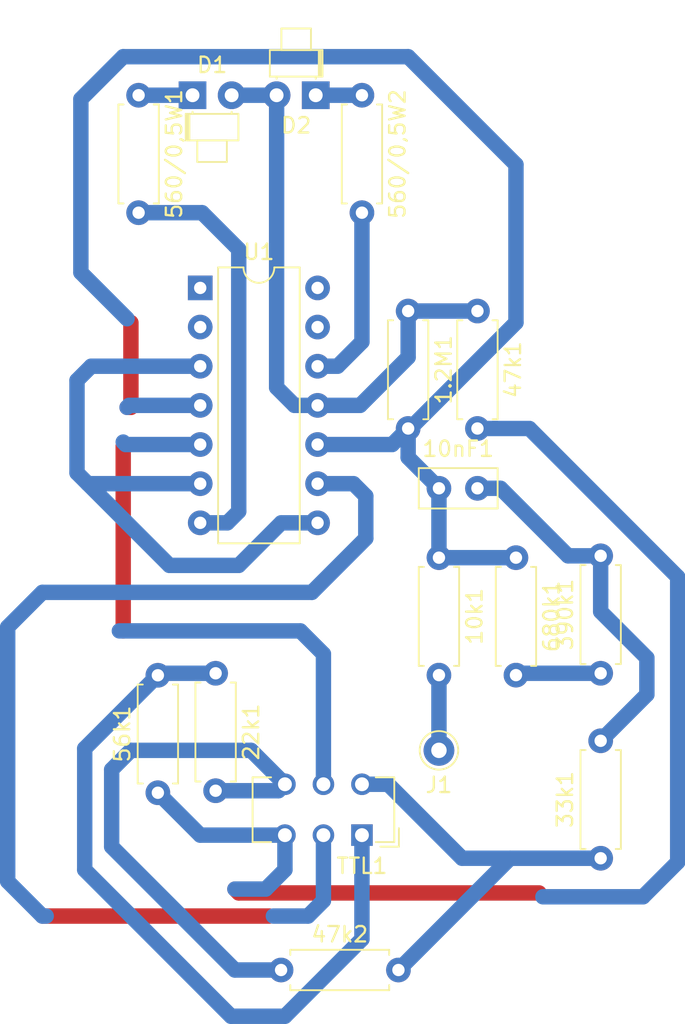
<source format=kicad_pcb>
(kicad_pcb (version 4) (host pcbnew 4.0.7)

  (general
    (links 29)
    (no_connects 4)
    (area 116.499999 77.395 164.500002 142.500002)
    (thickness 1.6)
    (drawings 0)
    (tracks 109)
    (zones 0)
    (modules 17)
    (nets 21)
  )

  (page A4)
  (layers
    (0 F.Cu signal)
    (31 B.Cu signal)
    (32 B.Adhes user)
    (33 F.Adhes user)
    (34 B.Paste user)
    (35 F.Paste user)
    (36 B.SilkS user)
    (37 F.SilkS user)
    (38 B.Mask user)
    (39 F.Mask user)
    (40 Dwgs.User user)
    (41 Cmts.User user)
    (42 Eco1.User user)
    (43 Eco2.User user)
    (44 Edge.Cuts user)
    (45 Margin user)
    (46 B.CrtYd user)
    (47 F.CrtYd user)
    (48 B.Fab user)
    (49 F.Fab user)
  )

  (setup
    (last_trace_width 1)
    (trace_clearance 0.5)
    (zone_clearance 0.508)
    (zone_45_only no)
    (trace_min 0.2)
    (segment_width 0.2)
    (edge_width 0.1)
    (via_size 0.6)
    (via_drill 0.4)
    (via_min_size 0.4)
    (via_min_drill 0.3)
    (uvia_size 0.3)
    (uvia_drill 0.1)
    (uvias_allowed no)
    (uvia_min_size 0.2)
    (uvia_min_drill 0.1)
    (pcb_text_width 0.3)
    (pcb_text_size 1.5 1.5)
    (mod_edge_width 0.15)
    (mod_text_size 1 1)
    (mod_text_width 0.15)
    (pad_size 1.5 1.5)
    (pad_drill 0.6)
    (pad_to_mask_clearance 0)
    (aux_axis_origin 0 0)
    (visible_elements FFFFFF7F)
    (pcbplotparams
      (layerselection 0x00030_80000001)
      (usegerberextensions false)
      (excludeedgelayer true)
      (linewidth 0.100000)
      (plotframeref false)
      (viasonmask false)
      (mode 1)
      (useauxorigin false)
      (hpglpennumber 1)
      (hpglpenspeed 20)
      (hpglpendiameter 15)
      (hpglpenoverlay 2)
      (psnegative false)
      (psa4output false)
      (plotreference true)
      (plotvalue true)
      (plotinvisibletext false)
      (padsonsilk false)
      (subtractmaskfromsilk false)
      (outputformat 1)
      (mirror false)
      (drillshape 1)
      (scaleselection 1)
      (outputdirectory ""))
  )

  (net 0 "")
  (net 1 +5V)
  (net 2 "Net-(1.2M1-Pad2)")
  (net 3 "Net-(10k1-Pad2)")
  (net 4 "Net-(10nF1-Pad2)")
  (net 5 "Net-(22k1-Pad1)")
  (net 6 39%)
  (net 7 "Net-(33k1-Pad1)")
  (net 8 77%)
  (net 9 "Net-(390k1-Pad1)")
  (net 10 "Net-(560/0,5W1-Pad1)")
  (net 11 "Net-(560/0,5W1-Pad2)")
  (net 12 "Net-(560/0,5W2-Pad1)")
  (net 13 "Net-(560/0,5W2-Pad2)")
  (net 14 "Net-(TTL1-Pad2)")
  (net 15 "Net-(TTL1-Pad5)")
  (net 16 "Net-(U1-Pad1)")
  (net 17 GND)
  (net 18 "Net-(U1-Pad2)")
  (net 19 "Net-(U1-Pad13)")
  (net 20 "Net-(U1-Pad14)")

  (net_class Default "This is the default net class."
    (clearance 0.5)
    (trace_width 1)
    (via_dia 0.6)
    (via_drill 0.4)
    (uvia_dia 0.3)
    (uvia_drill 0.1)
    (add_net +5V)
    (add_net 39%)
    (add_net 77%)
    (add_net GND)
    (add_net "Net-(1.2M1-Pad2)")
    (add_net "Net-(10k1-Pad2)")
    (add_net "Net-(10nF1-Pad2)")
    (add_net "Net-(22k1-Pad1)")
    (add_net "Net-(33k1-Pad1)")
    (add_net "Net-(390k1-Pad1)")
    (add_net "Net-(560/0,5W1-Pad1)")
    (add_net "Net-(560/0,5W1-Pad2)")
    (add_net "Net-(560/0,5W2-Pad1)")
    (add_net "Net-(560/0,5W2-Pad2)")
    (add_net "Net-(TTL1-Pad2)")
    (add_net "Net-(TTL1-Pad5)")
    (add_net "Net-(U1-Pad1)")
    (add_net "Net-(U1-Pad13)")
    (add_net "Net-(U1-Pad14)")
    (add_net "Net-(U1-Pad2)")
  )

  (module Buttons_Switches_THT:SW_CuK_JS202011AQN_DPDT_Angled (layer F.Cu) (tedit 5BCDED53) (tstamp 5BCDED8A)
    (at 145 132 180)
    (descr "CuK sub miniature slide switch, JS series, DPDT, right angle, http://www.ckswitches.com/media/1422/js.pdf")
    (tags "switch DPDT")
    (path /5BBF4AF5)
    (fp_text reference TTL1 (at 0 -2 180) (layer F.SilkS)
      (effects (font (size 1 1) (thickness 0.15)))
    )
    (fp_text value CMOS (at 2.25 6.75 180) (layer F.Fab)
      (effects (font (size 1 1) (thickness 0.15)))
    )
    (fp_line (start -1 -0.35) (end -2 0.65) (layer F.Fab) (width 0.1))
    (fp_line (start 7.25 4.25) (end 4.5 4.25) (layer F.CrtYd) (width 0.05))
    (fp_line (start 7.25 -0.95) (end 7.25 4.25) (layer F.CrtYd) (width 0.05))
    (fp_line (start -2.25 -0.95) (end 7.25 -0.95) (layer F.CrtYd) (width 0.05))
    (fp_line (start -2.25 4.25) (end -2.25 -0.95) (layer F.CrtYd) (width 0.05))
    (fp_line (start 0.5 4.25) (end -2.25 4.25) (layer F.CrtYd) (width 0.05))
    (fp_line (start 4.5 6) (end 0.5 6) (layer F.CrtYd) (width 0.05))
    (fp_line (start 4.5 6) (end 4.5 4.25) (layer F.CrtYd) (width 0.05))
    (fp_line (start 2.25 5.65) (end 2.25 3.65) (layer F.Fab) (width 0.1))
    (fp_line (start 0.75 5.65) (end 2.25 5.65) (layer F.Fab) (width 0.1))
    (fp_line (start 0.75 3.65) (end 0.75 5.65) (layer F.Fab) (width 0.1))
    (fp_line (start -2.4 -0.75) (end -2.4 0.45) (layer F.SilkS) (width 0.12))
    (fp_line (start -1.2 -0.75) (end -2.4 -0.75) (layer F.SilkS) (width 0.12))
    (fp_line (start 7.1 3.75) (end 5.9 3.75) (layer F.SilkS) (width 0.12))
    (fp_line (start 7.1 -0.45) (end 7.1 3.75) (layer F.SilkS) (width 0.12))
    (fp_line (start 5.9 -0.45) (end 7.1 -0.45) (layer F.SilkS) (width 0.12))
    (fp_line (start -2.1 3.75) (end -0.9 3.75) (layer F.SilkS) (width 0.12))
    (fp_line (start -2.1 -0.45) (end -2.1 3.75) (layer F.SilkS) (width 0.12))
    (fp_line (start -0.9 -0.45) (end -2.1 -0.45) (layer F.SilkS) (width 0.12))
    (fp_text user %R (at 2.5 1.5 180) (layer F.Fab)
      (effects (font (size 1 1) (thickness 0.15)))
    )
    (fp_line (start -2 3.65) (end -2 0.65) (layer F.Fab) (width 0.1))
    (fp_line (start 7 3.65) (end -2 3.65) (layer F.Fab) (width 0.1))
    (fp_line (start 7 -0.35) (end 7 3.65) (layer F.Fab) (width 0.1))
    (fp_line (start -1 -0.35) (end 7 -0.35) (layer F.Fab) (width 0.1))
    (fp_line (start 0.5 4.25) (end 0.5 6) (layer F.CrtYd) (width 0.05))
    (pad 1 thru_hole rect (at 0 0 180) (size 1.4 1.4) (drill 0.9) (layers *.Cu *.Mask)
      (net 5 "Net-(22k1-Pad1)"))
    (pad 2 thru_hole circle (at 2.5 0 180) (size 1.4 1.4) (drill 0.9) (layers *.Cu *.Mask)
      (net 14 "Net-(TTL1-Pad2)"))
    (pad 3 thru_hole circle (at 5 0 180) (size 1.4 1.4) (drill 0.9) (layers *.Cu *.Mask)
      (net 8 77%))
    (pad 4 thru_hole circle (at 0 3.3 180) (size 1.4 1.4) (drill 0.9) (layers *.Cu *.Mask)
      (net 7 "Net-(33k1-Pad1)"))
    (pad 5 thru_hole circle (at 2.5 3.3 180) (size 1.4 1.4) (drill 0.9) (layers *.Cu *.Mask)
      (net 15 "Net-(TTL1-Pad5)"))
    (pad 6 thru_hole circle (at 5 3.3 180) (size 1.4 1.4) (drill 0.9) (layers *.Cu *.Mask)
      (net 6 39%))
    (model ${KISYS3DMOD}/Buttons_Switches_THT.3dshapes/SW_CuK_JS202011AQN_DPDT_Angled.wrl
      (at (xyz 0 0 0))
      (scale (xyz 1 1 1))
      (rotate (xyz 0 0 0))
    )
  )

  (module Resistors_THT:R_Axial_DIN0207_L6.3mm_D2.5mm_P7.62mm_Horizontal (layer F.Cu) (tedit 5874F706) (tstamp 5BCDEC16)
    (at 148 98 270)
    (descr "Resistor, Axial_DIN0207 series, Axial, Horizontal, pin pitch=7.62mm, 0.25W = 1/4W, length*diameter=6.3*2.5mm^2, http://cdn-reichelt.de/documents/datenblatt/B400/1_4W%23YAG.pdf")
    (tags "Resistor Axial_DIN0207 series Axial Horizontal pin pitch 7.62mm 0.25W = 1/4W length 6.3mm diameter 2.5mm")
    (path /5BBF0B71)
    (fp_text reference 1.2M1 (at 3.81 -2.31 270) (layer F.SilkS)
      (effects (font (size 1 1) (thickness 0.15)))
    )
    (fp_text value R (at 3.81 2.31 270) (layer F.Fab)
      (effects (font (size 1 1) (thickness 0.15)))
    )
    (fp_line (start 0.66 -1.25) (end 0.66 1.25) (layer F.Fab) (width 0.1))
    (fp_line (start 0.66 1.25) (end 6.96 1.25) (layer F.Fab) (width 0.1))
    (fp_line (start 6.96 1.25) (end 6.96 -1.25) (layer F.Fab) (width 0.1))
    (fp_line (start 6.96 -1.25) (end 0.66 -1.25) (layer F.Fab) (width 0.1))
    (fp_line (start 0 0) (end 0.66 0) (layer F.Fab) (width 0.1))
    (fp_line (start 7.62 0) (end 6.96 0) (layer F.Fab) (width 0.1))
    (fp_line (start 0.6 -0.98) (end 0.6 -1.31) (layer F.SilkS) (width 0.12))
    (fp_line (start 0.6 -1.31) (end 7.02 -1.31) (layer F.SilkS) (width 0.12))
    (fp_line (start 7.02 -1.31) (end 7.02 -0.98) (layer F.SilkS) (width 0.12))
    (fp_line (start 0.6 0.98) (end 0.6 1.31) (layer F.SilkS) (width 0.12))
    (fp_line (start 0.6 1.31) (end 7.02 1.31) (layer F.SilkS) (width 0.12))
    (fp_line (start 7.02 1.31) (end 7.02 0.98) (layer F.SilkS) (width 0.12))
    (fp_line (start -1.05 -1.6) (end -1.05 1.6) (layer F.CrtYd) (width 0.05))
    (fp_line (start -1.05 1.6) (end 8.7 1.6) (layer F.CrtYd) (width 0.05))
    (fp_line (start 8.7 1.6) (end 8.7 -1.6) (layer F.CrtYd) (width 0.05))
    (fp_line (start 8.7 -1.6) (end -1.05 -1.6) (layer F.CrtYd) (width 0.05))
    (pad 1 thru_hole circle (at 0 0 270) (size 1.6 1.6) (drill 0.8) (layers *.Cu *.Mask)
      (net 1 +5V))
    (pad 2 thru_hole oval (at 7.62 0 270) (size 1.6 1.6) (drill 0.8) (layers *.Cu *.Mask)
      (net 2 "Net-(1.2M1-Pad2)"))
    (model ${KISYS3DMOD}/Resistors_THT.3dshapes/R_Axial_DIN0207_L6.3mm_D2.5mm_P7.62mm_Horizontal.wrl
      (at (xyz 0 0 0))
      (scale (xyz 0.393701 0.393701 0.393701))
      (rotate (xyz 0 0 0))
    )
  )

  (module Resistors_THT:R_Axial_DIN0207_L6.3mm_D2.5mm_P7.62mm_Horizontal (layer F.Cu) (tedit 5874F706) (tstamp 5BCDEC2C)
    (at 150 114 270)
    (descr "Resistor, Axial_DIN0207 series, Axial, Horizontal, pin pitch=7.62mm, 0.25W = 1/4W, length*diameter=6.3*2.5mm^2, http://cdn-reichelt.de/documents/datenblatt/B400/1_4W%23YAG.pdf")
    (tags "Resistor Axial_DIN0207 series Axial Horizontal pin pitch 7.62mm 0.25W = 1/4W length 6.3mm diameter 2.5mm")
    (path /5BBF0C7D)
    (fp_text reference 10k1 (at 3.81 -2.31 270) (layer F.SilkS)
      (effects (font (size 1 1) (thickness 0.15)))
    )
    (fp_text value R (at 3.81 2.31 270) (layer F.Fab)
      (effects (font (size 1 1) (thickness 0.15)))
    )
    (fp_line (start 0.66 -1.25) (end 0.66 1.25) (layer F.Fab) (width 0.1))
    (fp_line (start 0.66 1.25) (end 6.96 1.25) (layer F.Fab) (width 0.1))
    (fp_line (start 6.96 1.25) (end 6.96 -1.25) (layer F.Fab) (width 0.1))
    (fp_line (start 6.96 -1.25) (end 0.66 -1.25) (layer F.Fab) (width 0.1))
    (fp_line (start 0 0) (end 0.66 0) (layer F.Fab) (width 0.1))
    (fp_line (start 7.62 0) (end 6.96 0) (layer F.Fab) (width 0.1))
    (fp_line (start 0.6 -0.98) (end 0.6 -1.31) (layer F.SilkS) (width 0.12))
    (fp_line (start 0.6 -1.31) (end 7.02 -1.31) (layer F.SilkS) (width 0.12))
    (fp_line (start 7.02 -1.31) (end 7.02 -0.98) (layer F.SilkS) (width 0.12))
    (fp_line (start 0.6 0.98) (end 0.6 1.31) (layer F.SilkS) (width 0.12))
    (fp_line (start 0.6 1.31) (end 7.02 1.31) (layer F.SilkS) (width 0.12))
    (fp_line (start 7.02 1.31) (end 7.02 0.98) (layer F.SilkS) (width 0.12))
    (fp_line (start -1.05 -1.6) (end -1.05 1.6) (layer F.CrtYd) (width 0.05))
    (fp_line (start -1.05 1.6) (end 8.7 1.6) (layer F.CrtYd) (width 0.05))
    (fp_line (start 8.7 1.6) (end 8.7 -1.6) (layer F.CrtYd) (width 0.05))
    (fp_line (start 8.7 -1.6) (end -1.05 -1.6) (layer F.CrtYd) (width 0.05))
    (pad 1 thru_hole circle (at 0 0 270) (size 1.6 1.6) (drill 0.8) (layers *.Cu *.Mask)
      (net 2 "Net-(1.2M1-Pad2)"))
    (pad 2 thru_hole oval (at 7.62 0 270) (size 1.6 1.6) (drill 0.8) (layers *.Cu *.Mask)
      (net 3 "Net-(10k1-Pad2)"))
    (model ${KISYS3DMOD}/Resistors_THT.3dshapes/R_Axial_DIN0207_L6.3mm_D2.5mm_P7.62mm_Horizontal.wrl
      (at (xyz 0 0 0))
      (scale (xyz 0.393701 0.393701 0.393701))
      (rotate (xyz 0 0 0))
    )
  )

  (module Capacitors_THT:C_Disc_D5.0mm_W2.5mm_P2.50mm (layer F.Cu) (tedit 5BCDECE8) (tstamp 5BCDEC3F)
    (at 150 109.5)
    (descr "C, Disc series, Radial, pin pitch=2.50mm, , diameter*width=5*2.5mm^2, Capacitor, http://cdn-reichelt.de/documents/datenblatt/B300/DS_KERKO_TC.pdf")
    (tags "C Disc series Radial pin pitch 2.50mm  diameter 5mm width 2.5mm Capacitor")
    (path /5BBF9380)
    (fp_text reference 10nF1 (at 1.25 -2.56) (layer F.SilkS)
      (effects (font (size 1 1) (thickness 0.15)))
    )
    (fp_text value C (at 1.25 2.56) (layer F.Fab)
      (effects (font (size 1 1) (thickness 0.15)))
    )
    (fp_line (start -1.25 -1.25) (end -1.25 1.25) (layer F.Fab) (width 0.1))
    (fp_line (start -1.25 1.25) (end 3.75 1.25) (layer F.Fab) (width 0.1))
    (fp_line (start 3.75 1.25) (end 3.75 -1.25) (layer F.Fab) (width 0.1))
    (fp_line (start 3.75 -1.25) (end -1.25 -1.25) (layer F.Fab) (width 0.1))
    (fp_line (start -1.31 -1.31) (end 3.81 -1.31) (layer F.SilkS) (width 0.12))
    (fp_line (start -1.31 1.31) (end 3.81 1.31) (layer F.SilkS) (width 0.12))
    (fp_line (start -1.31 -1.31) (end -1.31 1.31) (layer F.SilkS) (width 0.12))
    (fp_line (start 3.81 -1.31) (end 3.81 1.31) (layer F.SilkS) (width 0.12))
    (fp_line (start -1.6 -1.6) (end -1.6 1.6) (layer F.CrtYd) (width 0.05))
    (fp_line (start -1.6 1.6) (end 4.1 1.6) (layer F.CrtYd) (width 0.05))
    (fp_line (start 4.1 1.6) (end 4.1 -1.6) (layer F.CrtYd) (width 0.05))
    (fp_line (start 4.1 -1.6) (end -1.6 -1.6) (layer F.CrtYd) (width 0.05))
    (fp_text user %R (at 1.5 -0.5) (layer F.Fab)
      (effects (font (size 1 1) (thickness 0.15)))
    )
    (pad 1 thru_hole circle (at 0 0) (size 1.6 1.6) (drill 0.8) (layers *.Cu *.Mask)
      (net 2 "Net-(1.2M1-Pad2)"))
    (pad 2 thru_hole circle (at 2.5 0) (size 1.6 1.6) (drill 0.8) (layers *.Cu *.Mask)
      (net 4 "Net-(10nF1-Pad2)"))
    (model ${KISYS3DMOD}/Capacitors_THT.3dshapes/C_Disc_D5.0mm_W2.5mm_P2.50mm.wrl
      (at (xyz 0 0 0))
      (scale (xyz 1 1 1))
      (rotate (xyz 0 0 0))
    )
  )

  (module Resistors_THT:R_Axial_DIN0207_L6.3mm_D2.5mm_P7.62mm_Horizontal (layer F.Cu) (tedit 5874F706) (tstamp 5BCDEC55)
    (at 135.5 121.5 270)
    (descr "Resistor, Axial_DIN0207 series, Axial, Horizontal, pin pitch=7.62mm, 0.25W = 1/4W, length*diameter=6.3*2.5mm^2, http://cdn-reichelt.de/documents/datenblatt/B400/1_4W%23YAG.pdf")
    (tags "Resistor Axial_DIN0207 series Axial Horizontal pin pitch 7.62mm 0.25W = 1/4W length 6.3mm diameter 2.5mm")
    (path /5BBF043F)
    (fp_text reference 22k1 (at 3.81 -2.31 270) (layer F.SilkS)
      (effects (font (size 1 1) (thickness 0.15)))
    )
    (fp_text value R (at 3.81 2.31 270) (layer F.Fab)
      (effects (font (size 1 1) (thickness 0.15)))
    )
    (fp_line (start 0.66 -1.25) (end 0.66 1.25) (layer F.Fab) (width 0.1))
    (fp_line (start 0.66 1.25) (end 6.96 1.25) (layer F.Fab) (width 0.1))
    (fp_line (start 6.96 1.25) (end 6.96 -1.25) (layer F.Fab) (width 0.1))
    (fp_line (start 6.96 -1.25) (end 0.66 -1.25) (layer F.Fab) (width 0.1))
    (fp_line (start 0 0) (end 0.66 0) (layer F.Fab) (width 0.1))
    (fp_line (start 7.62 0) (end 6.96 0) (layer F.Fab) (width 0.1))
    (fp_line (start 0.6 -0.98) (end 0.6 -1.31) (layer F.SilkS) (width 0.12))
    (fp_line (start 0.6 -1.31) (end 7.02 -1.31) (layer F.SilkS) (width 0.12))
    (fp_line (start 7.02 -1.31) (end 7.02 -0.98) (layer F.SilkS) (width 0.12))
    (fp_line (start 0.6 0.98) (end 0.6 1.31) (layer F.SilkS) (width 0.12))
    (fp_line (start 0.6 1.31) (end 7.02 1.31) (layer F.SilkS) (width 0.12))
    (fp_line (start 7.02 1.31) (end 7.02 0.98) (layer F.SilkS) (width 0.12))
    (fp_line (start -1.05 -1.6) (end -1.05 1.6) (layer F.CrtYd) (width 0.05))
    (fp_line (start -1.05 1.6) (end 8.7 1.6) (layer F.CrtYd) (width 0.05))
    (fp_line (start 8.7 1.6) (end 8.7 -1.6) (layer F.CrtYd) (width 0.05))
    (fp_line (start 8.7 -1.6) (end -1.05 -1.6) (layer F.CrtYd) (width 0.05))
    (pad 1 thru_hole circle (at 0 0 270) (size 1.6 1.6) (drill 0.8) (layers *.Cu *.Mask)
      (net 5 "Net-(22k1-Pad1)"))
    (pad 2 thru_hole oval (at 7.62 0 270) (size 1.6 1.6) (drill 0.8) (layers *.Cu *.Mask)
      (net 6 39%))
    (model ${KISYS3DMOD}/Resistors_THT.3dshapes/R_Axial_DIN0207_L6.3mm_D2.5mm_P7.62mm_Horizontal.wrl
      (at (xyz 0 0 0))
      (scale (xyz 0.393701 0.393701 0.393701))
      (rotate (xyz 0 0 0))
    )
  )

  (module Resistors_THT:R_Axial_DIN0207_L6.3mm_D2.5mm_P7.62mm_Horizontal (layer F.Cu) (tedit 5874F706) (tstamp 5BCDEC6B)
    (at 160.5 133.5 90)
    (descr "Resistor, Axial_DIN0207 series, Axial, Horizontal, pin pitch=7.62mm, 0.25W = 1/4W, length*diameter=6.3*2.5mm^2, http://cdn-reichelt.de/documents/datenblatt/B400/1_4W%23YAG.pdf")
    (tags "Resistor Axial_DIN0207 series Axial Horizontal pin pitch 7.62mm 0.25W = 1/4W length 6.3mm diameter 2.5mm")
    (path /5BBF0383)
    (fp_text reference 33k1 (at 3.81 -2.31 90) (layer F.SilkS)
      (effects (font (size 1 1) (thickness 0.15)))
    )
    (fp_text value R (at 3.81 2.31 90) (layer F.Fab)
      (effects (font (size 1 1) (thickness 0.15)))
    )
    (fp_line (start 0.66 -1.25) (end 0.66 1.25) (layer F.Fab) (width 0.1))
    (fp_line (start 0.66 1.25) (end 6.96 1.25) (layer F.Fab) (width 0.1))
    (fp_line (start 6.96 1.25) (end 6.96 -1.25) (layer F.Fab) (width 0.1))
    (fp_line (start 6.96 -1.25) (end 0.66 -1.25) (layer F.Fab) (width 0.1))
    (fp_line (start 0 0) (end 0.66 0) (layer F.Fab) (width 0.1))
    (fp_line (start 7.62 0) (end 6.96 0) (layer F.Fab) (width 0.1))
    (fp_line (start 0.6 -0.98) (end 0.6 -1.31) (layer F.SilkS) (width 0.12))
    (fp_line (start 0.6 -1.31) (end 7.02 -1.31) (layer F.SilkS) (width 0.12))
    (fp_line (start 7.02 -1.31) (end 7.02 -0.98) (layer F.SilkS) (width 0.12))
    (fp_line (start 0.6 0.98) (end 0.6 1.31) (layer F.SilkS) (width 0.12))
    (fp_line (start 0.6 1.31) (end 7.02 1.31) (layer F.SilkS) (width 0.12))
    (fp_line (start 7.02 1.31) (end 7.02 0.98) (layer F.SilkS) (width 0.12))
    (fp_line (start -1.05 -1.6) (end -1.05 1.6) (layer F.CrtYd) (width 0.05))
    (fp_line (start -1.05 1.6) (end 8.7 1.6) (layer F.CrtYd) (width 0.05))
    (fp_line (start 8.7 1.6) (end 8.7 -1.6) (layer F.CrtYd) (width 0.05))
    (fp_line (start 8.7 -1.6) (end -1.05 -1.6) (layer F.CrtYd) (width 0.05))
    (pad 1 thru_hole circle (at 0 0 90) (size 1.6 1.6) (drill 0.8) (layers *.Cu *.Mask)
      (net 7 "Net-(33k1-Pad1)"))
    (pad 2 thru_hole oval (at 7.62 0 90) (size 1.6 1.6) (drill 0.8) (layers *.Cu *.Mask)
      (net 4 "Net-(10nF1-Pad2)"))
    (model ${KISYS3DMOD}/Resistors_THT.3dshapes/R_Axial_DIN0207_L6.3mm_D2.5mm_P7.62mm_Horizontal.wrl
      (at (xyz 0 0 0))
      (scale (xyz 0.393701 0.393701 0.393701))
      (rotate (xyz 0 0 0))
    )
  )

  (module Resistors_THT:R_Axial_DIN0207_L6.3mm_D2.5mm_P7.62mm_Horizontal (layer F.Cu) (tedit 5874F706) (tstamp 5BCDEC81)
    (at 152.5 98 270)
    (descr "Resistor, Axial_DIN0207 series, Axial, Horizontal, pin pitch=7.62mm, 0.25W = 1/4W, length*diameter=6.3*2.5mm^2, http://cdn-reichelt.de/documents/datenblatt/B400/1_4W%23YAG.pdf")
    (tags "Resistor Axial_DIN0207 series Axial Horizontal pin pitch 7.62mm 0.25W = 1/4W length 6.3mm diameter 2.5mm")
    (path /5BBF0ACE)
    (fp_text reference 47k1 (at 3.81 -2.31 270) (layer F.SilkS)
      (effects (font (size 1 1) (thickness 0.15)))
    )
    (fp_text value R (at 3.81 2.31 270) (layer F.Fab)
      (effects (font (size 1 1) (thickness 0.15)))
    )
    (fp_line (start 0.66 -1.25) (end 0.66 1.25) (layer F.Fab) (width 0.1))
    (fp_line (start 0.66 1.25) (end 6.96 1.25) (layer F.Fab) (width 0.1))
    (fp_line (start 6.96 1.25) (end 6.96 -1.25) (layer F.Fab) (width 0.1))
    (fp_line (start 6.96 -1.25) (end 0.66 -1.25) (layer F.Fab) (width 0.1))
    (fp_line (start 0 0) (end 0.66 0) (layer F.Fab) (width 0.1))
    (fp_line (start 7.62 0) (end 6.96 0) (layer F.Fab) (width 0.1))
    (fp_line (start 0.6 -0.98) (end 0.6 -1.31) (layer F.SilkS) (width 0.12))
    (fp_line (start 0.6 -1.31) (end 7.02 -1.31) (layer F.SilkS) (width 0.12))
    (fp_line (start 7.02 -1.31) (end 7.02 -0.98) (layer F.SilkS) (width 0.12))
    (fp_line (start 0.6 0.98) (end 0.6 1.31) (layer F.SilkS) (width 0.12))
    (fp_line (start 0.6 1.31) (end 7.02 1.31) (layer F.SilkS) (width 0.12))
    (fp_line (start 7.02 1.31) (end 7.02 0.98) (layer F.SilkS) (width 0.12))
    (fp_line (start -1.05 -1.6) (end -1.05 1.6) (layer F.CrtYd) (width 0.05))
    (fp_line (start -1.05 1.6) (end 8.7 1.6) (layer F.CrtYd) (width 0.05))
    (fp_line (start 8.7 1.6) (end 8.7 -1.6) (layer F.CrtYd) (width 0.05))
    (fp_line (start 8.7 -1.6) (end -1.05 -1.6) (layer F.CrtYd) (width 0.05))
    (pad 1 thru_hole circle (at 0 0 270) (size 1.6 1.6) (drill 0.8) (layers *.Cu *.Mask)
      (net 1 +5V))
    (pad 2 thru_hole oval (at 7.62 0 270) (size 1.6 1.6) (drill 0.8) (layers *.Cu *.Mask)
      (net 8 77%))
    (model ${KISYS3DMOD}/Resistors_THT.3dshapes/R_Axial_DIN0207_L6.3mm_D2.5mm_P7.62mm_Horizontal.wrl
      (at (xyz 0 0 0))
      (scale (xyz 0.393701 0.393701 0.393701))
      (rotate (xyz 0 0 0))
    )
  )

  (module Resistors_THT:R_Axial_DIN0207_L6.3mm_D2.5mm_P7.62mm_Horizontal (layer F.Cu) (tedit 5874F706) (tstamp 5BCDEC97)
    (at 139.75 140.75)
    (descr "Resistor, Axial_DIN0207 series, Axial, Horizontal, pin pitch=7.62mm, 0.25W = 1/4W, length*diameter=6.3*2.5mm^2, http://cdn-reichelt.de/documents/datenblatt/B400/1_4W%23YAG.pdf")
    (tags "Resistor Axial_DIN0207 series Axial Horizontal pin pitch 7.62mm 0.25W = 1/4W length 6.3mm diameter 2.5mm")
    (path /5BBF02DC)
    (fp_text reference 47k2 (at 3.81 -2.31) (layer F.SilkS)
      (effects (font (size 1 1) (thickness 0.15)))
    )
    (fp_text value R (at 3.81 2.31) (layer F.Fab)
      (effects (font (size 1 1) (thickness 0.15)))
    )
    (fp_line (start 0.66 -1.25) (end 0.66 1.25) (layer F.Fab) (width 0.1))
    (fp_line (start 0.66 1.25) (end 6.96 1.25) (layer F.Fab) (width 0.1))
    (fp_line (start 6.96 1.25) (end 6.96 -1.25) (layer F.Fab) (width 0.1))
    (fp_line (start 6.96 -1.25) (end 0.66 -1.25) (layer F.Fab) (width 0.1))
    (fp_line (start 0 0) (end 0.66 0) (layer F.Fab) (width 0.1))
    (fp_line (start 7.62 0) (end 6.96 0) (layer F.Fab) (width 0.1))
    (fp_line (start 0.6 -0.98) (end 0.6 -1.31) (layer F.SilkS) (width 0.12))
    (fp_line (start 0.6 -1.31) (end 7.02 -1.31) (layer F.SilkS) (width 0.12))
    (fp_line (start 7.02 -1.31) (end 7.02 -0.98) (layer F.SilkS) (width 0.12))
    (fp_line (start 0.6 0.98) (end 0.6 1.31) (layer F.SilkS) (width 0.12))
    (fp_line (start 0.6 1.31) (end 7.02 1.31) (layer F.SilkS) (width 0.12))
    (fp_line (start 7.02 1.31) (end 7.02 0.98) (layer F.SilkS) (width 0.12))
    (fp_line (start -1.05 -1.6) (end -1.05 1.6) (layer F.CrtYd) (width 0.05))
    (fp_line (start -1.05 1.6) (end 8.7 1.6) (layer F.CrtYd) (width 0.05))
    (fp_line (start 8.7 1.6) (end 8.7 -1.6) (layer F.CrtYd) (width 0.05))
    (fp_line (start 8.7 -1.6) (end -1.05 -1.6) (layer F.CrtYd) (width 0.05))
    (pad 1 thru_hole circle (at 0 0) (size 1.6 1.6) (drill 0.8) (layers *.Cu *.Mask)
      (net 6 39%))
    (pad 2 thru_hole oval (at 7.62 0) (size 1.6 1.6) (drill 0.8) (layers *.Cu *.Mask)
      (net 7 "Net-(33k1-Pad1)"))
    (model ${KISYS3DMOD}/Resistors_THT.3dshapes/R_Axial_DIN0207_L6.3mm_D2.5mm_P7.62mm_Horizontal.wrl
      (at (xyz 0 0 0))
      (scale (xyz 0.393701 0.393701 0.393701))
      (rotate (xyz 0 0 0))
    )
  )

  (module Resistors_THT:R_Axial_DIN0207_L6.3mm_D2.5mm_P7.62mm_Horizontal (layer F.Cu) (tedit 5874F706) (tstamp 5BCDECAD)
    (at 131.75 129.25 90)
    (descr "Resistor, Axial_DIN0207 series, Axial, Horizontal, pin pitch=7.62mm, 0.25W = 1/4W, length*diameter=6.3*2.5mm^2, http://cdn-reichelt.de/documents/datenblatt/B400/1_4W%23YAG.pdf")
    (tags "Resistor Axial_DIN0207 series Axial Horizontal pin pitch 7.62mm 0.25W = 1/4W length 6.3mm diameter 2.5mm")
    (path /5BBF0404)
    (fp_text reference 56k1 (at 3.81 -2.31 90) (layer F.SilkS)
      (effects (font (size 1 1) (thickness 0.15)))
    )
    (fp_text value R (at 3.81 2.31 90) (layer F.Fab)
      (effects (font (size 1 1) (thickness 0.15)))
    )
    (fp_line (start 0.66 -1.25) (end 0.66 1.25) (layer F.Fab) (width 0.1))
    (fp_line (start 0.66 1.25) (end 6.96 1.25) (layer F.Fab) (width 0.1))
    (fp_line (start 6.96 1.25) (end 6.96 -1.25) (layer F.Fab) (width 0.1))
    (fp_line (start 6.96 -1.25) (end 0.66 -1.25) (layer F.Fab) (width 0.1))
    (fp_line (start 0 0) (end 0.66 0) (layer F.Fab) (width 0.1))
    (fp_line (start 7.62 0) (end 6.96 0) (layer F.Fab) (width 0.1))
    (fp_line (start 0.6 -0.98) (end 0.6 -1.31) (layer F.SilkS) (width 0.12))
    (fp_line (start 0.6 -1.31) (end 7.02 -1.31) (layer F.SilkS) (width 0.12))
    (fp_line (start 7.02 -1.31) (end 7.02 -0.98) (layer F.SilkS) (width 0.12))
    (fp_line (start 0.6 0.98) (end 0.6 1.31) (layer F.SilkS) (width 0.12))
    (fp_line (start 0.6 1.31) (end 7.02 1.31) (layer F.SilkS) (width 0.12))
    (fp_line (start 7.02 1.31) (end 7.02 0.98) (layer F.SilkS) (width 0.12))
    (fp_line (start -1.05 -1.6) (end -1.05 1.6) (layer F.CrtYd) (width 0.05))
    (fp_line (start -1.05 1.6) (end 8.7 1.6) (layer F.CrtYd) (width 0.05))
    (fp_line (start 8.7 1.6) (end 8.7 -1.6) (layer F.CrtYd) (width 0.05))
    (fp_line (start 8.7 -1.6) (end -1.05 -1.6) (layer F.CrtYd) (width 0.05))
    (pad 1 thru_hole circle (at 0 0 90) (size 1.6 1.6) (drill 0.8) (layers *.Cu *.Mask)
      (net 8 77%))
    (pad 2 thru_hole oval (at 7.62 0 90) (size 1.6 1.6) (drill 0.8) (layers *.Cu *.Mask)
      (net 5 "Net-(22k1-Pad1)"))
    (model ${KISYS3DMOD}/Resistors_THT.3dshapes/R_Axial_DIN0207_L6.3mm_D2.5mm_P7.62mm_Horizontal.wrl
      (at (xyz 0 0 0))
      (scale (xyz 0.393701 0.393701 0.393701))
      (rotate (xyz 0 0 0))
    )
  )

  (module Resistors_THT:R_Axial_DIN0207_L6.3mm_D2.5mm_P7.62mm_Horizontal (layer F.Cu) (tedit 5874F706) (tstamp 5BCDECC3)
    (at 160.5 121.5 90)
    (descr "Resistor, Axial_DIN0207 series, Axial, Horizontal, pin pitch=7.62mm, 0.25W = 1/4W, length*diameter=6.3*2.5mm^2, http://cdn-reichelt.de/documents/datenblatt/B400/1_4W%23YAG.pdf")
    (tags "Resistor Axial_DIN0207 series Axial Horizontal pin pitch 7.62mm 0.25W = 1/4W length 6.3mm diameter 2.5mm")
    (path /5BBF0478)
    (fp_text reference 390k1 (at 3.81 -2.31 90) (layer F.SilkS)
      (effects (font (size 1 1) (thickness 0.15)))
    )
    (fp_text value R (at 3.81 2.31 90) (layer F.Fab)
      (effects (font (size 1 1) (thickness 0.15)))
    )
    (fp_line (start 0.66 -1.25) (end 0.66 1.25) (layer F.Fab) (width 0.1))
    (fp_line (start 0.66 1.25) (end 6.96 1.25) (layer F.Fab) (width 0.1))
    (fp_line (start 6.96 1.25) (end 6.96 -1.25) (layer F.Fab) (width 0.1))
    (fp_line (start 6.96 -1.25) (end 0.66 -1.25) (layer F.Fab) (width 0.1))
    (fp_line (start 0 0) (end 0.66 0) (layer F.Fab) (width 0.1))
    (fp_line (start 7.62 0) (end 6.96 0) (layer F.Fab) (width 0.1))
    (fp_line (start 0.6 -0.98) (end 0.6 -1.31) (layer F.SilkS) (width 0.12))
    (fp_line (start 0.6 -1.31) (end 7.02 -1.31) (layer F.SilkS) (width 0.12))
    (fp_line (start 7.02 -1.31) (end 7.02 -0.98) (layer F.SilkS) (width 0.12))
    (fp_line (start 0.6 0.98) (end 0.6 1.31) (layer F.SilkS) (width 0.12))
    (fp_line (start 0.6 1.31) (end 7.02 1.31) (layer F.SilkS) (width 0.12))
    (fp_line (start 7.02 1.31) (end 7.02 0.98) (layer F.SilkS) (width 0.12))
    (fp_line (start -1.05 -1.6) (end -1.05 1.6) (layer F.CrtYd) (width 0.05))
    (fp_line (start -1.05 1.6) (end 8.7 1.6) (layer F.CrtYd) (width 0.05))
    (fp_line (start 8.7 1.6) (end 8.7 -1.6) (layer F.CrtYd) (width 0.05))
    (fp_line (start 8.7 -1.6) (end -1.05 -1.6) (layer F.CrtYd) (width 0.05))
    (pad 1 thru_hole circle (at 0 0 90) (size 1.6 1.6) (drill 0.8) (layers *.Cu *.Mask)
      (net 9 "Net-(390k1-Pad1)"))
    (pad 2 thru_hole oval (at 7.62 0 90) (size 1.6 1.6) (drill 0.8) (layers *.Cu *.Mask)
      (net 4 "Net-(10nF1-Pad2)"))
    (model ${KISYS3DMOD}/Resistors_THT.3dshapes/R_Axial_DIN0207_L6.3mm_D2.5mm_P7.62mm_Horizontal.wrl
      (at (xyz 0 0 0))
      (scale (xyz 0.393701 0.393701 0.393701))
      (rotate (xyz 0 0 0))
    )
  )

  (module Resistors_THT:R_Axial_DIN0207_L6.3mm_D2.5mm_P7.62mm_Horizontal (layer F.Cu) (tedit 5874F706) (tstamp 5BCDECD9)
    (at 130.5 84 270)
    (descr "Resistor, Axial_DIN0207 series, Axial, Horizontal, pin pitch=7.62mm, 0.25W = 1/4W, length*diameter=6.3*2.5mm^2, http://cdn-reichelt.de/documents/datenblatt/B400/1_4W%23YAG.pdf")
    (tags "Resistor Axial_DIN0207 series Axial Horizontal pin pitch 7.62mm 0.25W = 1/4W length 6.3mm diameter 2.5mm")
    (path /5BBF0C0A)
    (fp_text reference 560/0,5W1 (at 3.81 -2.31 270) (layer F.SilkS)
      (effects (font (size 1 1) (thickness 0.15)))
    )
    (fp_text value R (at 3.81 2.31 270) (layer F.Fab)
      (effects (font (size 1 1) (thickness 0.15)))
    )
    (fp_line (start 0.66 -1.25) (end 0.66 1.25) (layer F.Fab) (width 0.1))
    (fp_line (start 0.66 1.25) (end 6.96 1.25) (layer F.Fab) (width 0.1))
    (fp_line (start 6.96 1.25) (end 6.96 -1.25) (layer F.Fab) (width 0.1))
    (fp_line (start 6.96 -1.25) (end 0.66 -1.25) (layer F.Fab) (width 0.1))
    (fp_line (start 0 0) (end 0.66 0) (layer F.Fab) (width 0.1))
    (fp_line (start 7.62 0) (end 6.96 0) (layer F.Fab) (width 0.1))
    (fp_line (start 0.6 -0.98) (end 0.6 -1.31) (layer F.SilkS) (width 0.12))
    (fp_line (start 0.6 -1.31) (end 7.02 -1.31) (layer F.SilkS) (width 0.12))
    (fp_line (start 7.02 -1.31) (end 7.02 -0.98) (layer F.SilkS) (width 0.12))
    (fp_line (start 0.6 0.98) (end 0.6 1.31) (layer F.SilkS) (width 0.12))
    (fp_line (start 0.6 1.31) (end 7.02 1.31) (layer F.SilkS) (width 0.12))
    (fp_line (start 7.02 1.31) (end 7.02 0.98) (layer F.SilkS) (width 0.12))
    (fp_line (start -1.05 -1.6) (end -1.05 1.6) (layer F.CrtYd) (width 0.05))
    (fp_line (start -1.05 1.6) (end 8.7 1.6) (layer F.CrtYd) (width 0.05))
    (fp_line (start 8.7 1.6) (end 8.7 -1.6) (layer F.CrtYd) (width 0.05))
    (fp_line (start 8.7 -1.6) (end -1.05 -1.6) (layer F.CrtYd) (width 0.05))
    (pad 1 thru_hole circle (at 0 0 270) (size 1.6 1.6) (drill 0.8) (layers *.Cu *.Mask)
      (net 10 "Net-(560/0,5W1-Pad1)"))
    (pad 2 thru_hole oval (at 7.62 0 270) (size 1.6 1.6) (drill 0.8) (layers *.Cu *.Mask)
      (net 11 "Net-(560/0,5W1-Pad2)"))
    (model ${KISYS3DMOD}/Resistors_THT.3dshapes/R_Axial_DIN0207_L6.3mm_D2.5mm_P7.62mm_Horizontal.wrl
      (at (xyz 0 0 0))
      (scale (xyz 0.393701 0.393701 0.393701))
      (rotate (xyz 0 0 0))
    )
  )

  (module Resistors_THT:R_Axial_DIN0207_L6.3mm_D2.5mm_P7.62mm_Horizontal (layer F.Cu) (tedit 5874F706) (tstamp 5BCDECEF)
    (at 145 84 270)
    (descr "Resistor, Axial_DIN0207 series, Axial, Horizontal, pin pitch=7.62mm, 0.25W = 1/4W, length*diameter=6.3*2.5mm^2, http://cdn-reichelt.de/documents/datenblatt/B400/1_4W%23YAG.pdf")
    (tags "Resistor Axial_DIN0207 series Axial Horizontal pin pitch 7.62mm 0.25W = 1/4W length 6.3mm diameter 2.5mm")
    (path /5BBF372D)
    (fp_text reference 560/0,5W2 (at 3.81 -2.31 270) (layer F.SilkS)
      (effects (font (size 1 1) (thickness 0.15)))
    )
    (fp_text value R (at 3.81 2.31 270) (layer F.Fab)
      (effects (font (size 1 1) (thickness 0.15)))
    )
    (fp_line (start 0.66 -1.25) (end 0.66 1.25) (layer F.Fab) (width 0.1))
    (fp_line (start 0.66 1.25) (end 6.96 1.25) (layer F.Fab) (width 0.1))
    (fp_line (start 6.96 1.25) (end 6.96 -1.25) (layer F.Fab) (width 0.1))
    (fp_line (start 6.96 -1.25) (end 0.66 -1.25) (layer F.Fab) (width 0.1))
    (fp_line (start 0 0) (end 0.66 0) (layer F.Fab) (width 0.1))
    (fp_line (start 7.62 0) (end 6.96 0) (layer F.Fab) (width 0.1))
    (fp_line (start 0.6 -0.98) (end 0.6 -1.31) (layer F.SilkS) (width 0.12))
    (fp_line (start 0.6 -1.31) (end 7.02 -1.31) (layer F.SilkS) (width 0.12))
    (fp_line (start 7.02 -1.31) (end 7.02 -0.98) (layer F.SilkS) (width 0.12))
    (fp_line (start 0.6 0.98) (end 0.6 1.31) (layer F.SilkS) (width 0.12))
    (fp_line (start 0.6 1.31) (end 7.02 1.31) (layer F.SilkS) (width 0.12))
    (fp_line (start 7.02 1.31) (end 7.02 0.98) (layer F.SilkS) (width 0.12))
    (fp_line (start -1.05 -1.6) (end -1.05 1.6) (layer F.CrtYd) (width 0.05))
    (fp_line (start -1.05 1.6) (end 8.7 1.6) (layer F.CrtYd) (width 0.05))
    (fp_line (start 8.7 1.6) (end 8.7 -1.6) (layer F.CrtYd) (width 0.05))
    (fp_line (start 8.7 -1.6) (end -1.05 -1.6) (layer F.CrtYd) (width 0.05))
    (pad 1 thru_hole circle (at 0 0 270) (size 1.6 1.6) (drill 0.8) (layers *.Cu *.Mask)
      (net 12 "Net-(560/0,5W2-Pad1)"))
    (pad 2 thru_hole oval (at 7.62 0 270) (size 1.6 1.6) (drill 0.8) (layers *.Cu *.Mask)
      (net 13 "Net-(560/0,5W2-Pad2)"))
    (model ${KISYS3DMOD}/Resistors_THT.3dshapes/R_Axial_DIN0207_L6.3mm_D2.5mm_P7.62mm_Horizontal.wrl
      (at (xyz 0 0 0))
      (scale (xyz 0.393701 0.393701 0.393701))
      (rotate (xyz 0 0 0))
    )
  )

  (module Resistors_THT:R_Axial_DIN0207_L6.3mm_D2.5mm_P7.62mm_Horizontal (layer F.Cu) (tedit 5874F706) (tstamp 5BCDED05)
    (at 155 114 270)
    (descr "Resistor, Axial_DIN0207 series, Axial, Horizontal, pin pitch=7.62mm, 0.25W = 1/4W, length*diameter=6.3*2.5mm^2, http://cdn-reichelt.de/documents/datenblatt/B400/1_4W%23YAG.pdf")
    (tags "Resistor Axial_DIN0207 series Axial Horizontal pin pitch 7.62mm 0.25W = 1/4W length 6.3mm diameter 2.5mm")
    (path /5BBF04AF)
    (fp_text reference 680k1 (at 3.81 -2.31 270) (layer F.SilkS)
      (effects (font (size 1 1) (thickness 0.15)))
    )
    (fp_text value R (at 3.81 2.31 270) (layer F.Fab)
      (effects (font (size 1 1) (thickness 0.15)))
    )
    (fp_line (start 0.66 -1.25) (end 0.66 1.25) (layer F.Fab) (width 0.1))
    (fp_line (start 0.66 1.25) (end 6.96 1.25) (layer F.Fab) (width 0.1))
    (fp_line (start 6.96 1.25) (end 6.96 -1.25) (layer F.Fab) (width 0.1))
    (fp_line (start 6.96 -1.25) (end 0.66 -1.25) (layer F.Fab) (width 0.1))
    (fp_line (start 0 0) (end 0.66 0) (layer F.Fab) (width 0.1))
    (fp_line (start 7.62 0) (end 6.96 0) (layer F.Fab) (width 0.1))
    (fp_line (start 0.6 -0.98) (end 0.6 -1.31) (layer F.SilkS) (width 0.12))
    (fp_line (start 0.6 -1.31) (end 7.02 -1.31) (layer F.SilkS) (width 0.12))
    (fp_line (start 7.02 -1.31) (end 7.02 -0.98) (layer F.SilkS) (width 0.12))
    (fp_line (start 0.6 0.98) (end 0.6 1.31) (layer F.SilkS) (width 0.12))
    (fp_line (start 0.6 1.31) (end 7.02 1.31) (layer F.SilkS) (width 0.12))
    (fp_line (start 7.02 1.31) (end 7.02 0.98) (layer F.SilkS) (width 0.12))
    (fp_line (start -1.05 -1.6) (end -1.05 1.6) (layer F.CrtYd) (width 0.05))
    (fp_line (start -1.05 1.6) (end 8.7 1.6) (layer F.CrtYd) (width 0.05))
    (fp_line (start 8.7 1.6) (end 8.7 -1.6) (layer F.CrtYd) (width 0.05))
    (fp_line (start 8.7 -1.6) (end -1.05 -1.6) (layer F.CrtYd) (width 0.05))
    (pad 1 thru_hole circle (at 0 0 270) (size 1.6 1.6) (drill 0.8) (layers *.Cu *.Mask)
      (net 2 "Net-(1.2M1-Pad2)"))
    (pad 2 thru_hole oval (at 7.62 0 270) (size 1.6 1.6) (drill 0.8) (layers *.Cu *.Mask)
      (net 9 "Net-(390k1-Pad1)"))
    (model ${KISYS3DMOD}/Resistors_THT.3dshapes/R_Axial_DIN0207_L6.3mm_D2.5mm_P7.62mm_Horizontal.wrl
      (at (xyz 0 0 0))
      (scale (xyz 0.393701 0.393701 0.393701))
      (rotate (xyz 0 0 0))
    )
  )

  (module LEDs:LED_D1.8mm_W1.8mm_H2.4mm_Horizontal_O1.27mm_Z1.6mm (layer F.Cu) (tedit 5880A863) (tstamp 5BCDED31)
    (at 134 84)
    (descr "LED, ,  diameter 1.8mm size 1.8x2.4mm^2 z-position of LED center 1.6mm, 2 pins")
    (tags "LED   diameter 1.8mm size 1.8x2.4mm^2 z-position of LED center 1.6mm 2 pins")
    (path /5BBF0DAA)
    (fp_text reference D1 (at 1.27 -1.96) (layer F.SilkS)
      (effects (font (size 1 1) (thickness 0.15)))
    )
    (fp_text value "LED HIGH" (at 1.27 5.33) (layer F.Fab)
      (effects (font (size 1 1) (thickness 0.15)))
    )
    (fp_line (start -0.38 1.27) (end -0.38 2.87) (layer F.Fab) (width 0.1))
    (fp_line (start -0.38 2.87) (end 2.92 2.87) (layer F.Fab) (width 0.1))
    (fp_line (start 2.92 2.87) (end 2.92 1.27) (layer F.Fab) (width 0.1))
    (fp_line (start 2.92 1.27) (end -0.38 1.27) (layer F.Fab) (width 0.1))
    (fp_line (start 0.37 2.87) (end 0.37 4.27) (layer F.Fab) (width 0.1))
    (fp_line (start 0.37 4.27) (end 2.17 4.27) (layer F.Fab) (width 0.1))
    (fp_line (start 2.17 4.27) (end 2.17 2.87) (layer F.Fab) (width 0.1))
    (fp_line (start 2.17 2.87) (end 0.37 2.87) (layer F.Fab) (width 0.1))
    (fp_line (start 0 0) (end 0 1.27) (layer F.Fab) (width 0.1))
    (fp_line (start 0 1.27) (end 0 1.27) (layer F.Fab) (width 0.1))
    (fp_line (start 0 1.27) (end 0 0) (layer F.Fab) (width 0.1))
    (fp_line (start 0 0) (end 0 0) (layer F.Fab) (width 0.1))
    (fp_line (start 2.54 0) (end 2.54 1.27) (layer F.Fab) (width 0.1))
    (fp_line (start 2.54 1.27) (end 2.54 1.27) (layer F.Fab) (width 0.1))
    (fp_line (start 2.54 1.27) (end 2.54 0) (layer F.Fab) (width 0.1))
    (fp_line (start 2.54 0) (end 2.54 0) (layer F.Fab) (width 0.1))
    (fp_line (start -0.44 1.21) (end -0.44 2.93) (layer F.SilkS) (width 0.12))
    (fp_line (start -0.44 2.93) (end 2.98 2.93) (layer F.SilkS) (width 0.12))
    (fp_line (start 2.98 2.93) (end 2.98 1.21) (layer F.SilkS) (width 0.12))
    (fp_line (start 2.98 1.21) (end -0.44 1.21) (layer F.SilkS) (width 0.12))
    (fp_line (start -0.32 1.21) (end -0.32 2.93) (layer F.SilkS) (width 0.12))
    (fp_line (start -0.2 1.21) (end -0.2 2.93) (layer F.SilkS) (width 0.12))
    (fp_line (start 0.31 2.93) (end 0.31 4.33) (layer F.SilkS) (width 0.12))
    (fp_line (start 0.31 4.33) (end 2.23 4.33) (layer F.SilkS) (width 0.12))
    (fp_line (start 2.23 4.33) (end 2.23 2.93) (layer F.SilkS) (width 0.12))
    (fp_line (start 2.23 2.93) (end 0.31 2.93) (layer F.SilkS) (width 0.12))
    (fp_line (start 0 1.08) (end 0 1.21) (layer F.SilkS) (width 0.12))
    (fp_line (start 0 1.21) (end 0 1.21) (layer F.SilkS) (width 0.12))
    (fp_line (start 0 1.21) (end 0 1.08) (layer F.SilkS) (width 0.12))
    (fp_line (start 0 1.08) (end 0 1.08) (layer F.SilkS) (width 0.12))
    (fp_line (start 2.54 1.08) (end 2.54 1.21) (layer F.SilkS) (width 0.12))
    (fp_line (start 2.54 1.21) (end 2.54 1.21) (layer F.SilkS) (width 0.12))
    (fp_line (start 2.54 1.21) (end 2.54 1.08) (layer F.SilkS) (width 0.12))
    (fp_line (start 2.54 1.08) (end 2.54 1.08) (layer F.SilkS) (width 0.12))
    (fp_line (start -1.25 -1.25) (end -1.25 4.6) (layer F.CrtYd) (width 0.05))
    (fp_line (start -1.25 4.6) (end 3.75 4.6) (layer F.CrtYd) (width 0.05))
    (fp_line (start 3.75 4.6) (end 3.75 -1.25) (layer F.CrtYd) (width 0.05))
    (fp_line (start 3.75 -1.25) (end -1.25 -1.25) (layer F.CrtYd) (width 0.05))
    (pad 1 thru_hole rect (at 0 0) (size 1.8 1.8) (drill 0.9) (layers *.Cu *.Mask)
      (net 10 "Net-(560/0,5W1-Pad1)"))
    (pad 2 thru_hole circle (at 2.54 0) (size 1.8 1.8) (drill 0.9) (layers *.Cu *.Mask)
      (net 1 +5V))
    (model ${KISYS3DMOD}/LEDs.3dshapes/LED_D1.8mm_W1.8mm_H2.4mm_Horizontal_O1.27mm_Z1.6mm.wrl
      (at (xyz 0 0 0))
      (scale (xyz 0.393701 0.393701 0.393701))
      (rotate (xyz 0 0 0))
    )
  )

  (module LEDs:LED_D1.8mm_W1.8mm_H2.4mm_Horizontal_O1.27mm_Z1.6mm (layer F.Cu) (tedit 5880A863) (tstamp 5BCDED5D)
    (at 142 84 180)
    (descr "LED, ,  diameter 1.8mm size 1.8x2.4mm^2 z-position of LED center 1.6mm, 2 pins")
    (tags "LED   diameter 1.8mm size 1.8x2.4mm^2 z-position of LED center 1.6mm 2 pins")
    (path /5BBF0E71)
    (fp_text reference D2 (at 1.27 -1.96 180) (layer F.SilkS)
      (effects (font (size 1 1) (thickness 0.15)))
    )
    (fp_text value "LED LOW" (at 1.27 5.33 180) (layer F.Fab)
      (effects (font (size 1 1) (thickness 0.15)))
    )
    (fp_line (start -0.38 1.27) (end -0.38 2.87) (layer F.Fab) (width 0.1))
    (fp_line (start -0.38 2.87) (end 2.92 2.87) (layer F.Fab) (width 0.1))
    (fp_line (start 2.92 2.87) (end 2.92 1.27) (layer F.Fab) (width 0.1))
    (fp_line (start 2.92 1.27) (end -0.38 1.27) (layer F.Fab) (width 0.1))
    (fp_line (start 0.37 2.87) (end 0.37 4.27) (layer F.Fab) (width 0.1))
    (fp_line (start 0.37 4.27) (end 2.17 4.27) (layer F.Fab) (width 0.1))
    (fp_line (start 2.17 4.27) (end 2.17 2.87) (layer F.Fab) (width 0.1))
    (fp_line (start 2.17 2.87) (end 0.37 2.87) (layer F.Fab) (width 0.1))
    (fp_line (start 0 0) (end 0 1.27) (layer F.Fab) (width 0.1))
    (fp_line (start 0 1.27) (end 0 1.27) (layer F.Fab) (width 0.1))
    (fp_line (start 0 1.27) (end 0 0) (layer F.Fab) (width 0.1))
    (fp_line (start 0 0) (end 0 0) (layer F.Fab) (width 0.1))
    (fp_line (start 2.54 0) (end 2.54 1.27) (layer F.Fab) (width 0.1))
    (fp_line (start 2.54 1.27) (end 2.54 1.27) (layer F.Fab) (width 0.1))
    (fp_line (start 2.54 1.27) (end 2.54 0) (layer F.Fab) (width 0.1))
    (fp_line (start 2.54 0) (end 2.54 0) (layer F.Fab) (width 0.1))
    (fp_line (start -0.44 1.21) (end -0.44 2.93) (layer F.SilkS) (width 0.12))
    (fp_line (start -0.44 2.93) (end 2.98 2.93) (layer F.SilkS) (width 0.12))
    (fp_line (start 2.98 2.93) (end 2.98 1.21) (layer F.SilkS) (width 0.12))
    (fp_line (start 2.98 1.21) (end -0.44 1.21) (layer F.SilkS) (width 0.12))
    (fp_line (start -0.32 1.21) (end -0.32 2.93) (layer F.SilkS) (width 0.12))
    (fp_line (start -0.2 1.21) (end -0.2 2.93) (layer F.SilkS) (width 0.12))
    (fp_line (start 0.31 2.93) (end 0.31 4.33) (layer F.SilkS) (width 0.12))
    (fp_line (start 0.31 4.33) (end 2.23 4.33) (layer F.SilkS) (width 0.12))
    (fp_line (start 2.23 4.33) (end 2.23 2.93) (layer F.SilkS) (width 0.12))
    (fp_line (start 2.23 2.93) (end 0.31 2.93) (layer F.SilkS) (width 0.12))
    (fp_line (start 0 1.08) (end 0 1.21) (layer F.SilkS) (width 0.12))
    (fp_line (start 0 1.21) (end 0 1.21) (layer F.SilkS) (width 0.12))
    (fp_line (start 0 1.21) (end 0 1.08) (layer F.SilkS) (width 0.12))
    (fp_line (start 0 1.08) (end 0 1.08) (layer F.SilkS) (width 0.12))
    (fp_line (start 2.54 1.08) (end 2.54 1.21) (layer F.SilkS) (width 0.12))
    (fp_line (start 2.54 1.21) (end 2.54 1.21) (layer F.SilkS) (width 0.12))
    (fp_line (start 2.54 1.21) (end 2.54 1.08) (layer F.SilkS) (width 0.12))
    (fp_line (start 2.54 1.08) (end 2.54 1.08) (layer F.SilkS) (width 0.12))
    (fp_line (start -1.25 -1.25) (end -1.25 4.6) (layer F.CrtYd) (width 0.05))
    (fp_line (start -1.25 4.6) (end 3.75 4.6) (layer F.CrtYd) (width 0.05))
    (fp_line (start 3.75 4.6) (end 3.75 -1.25) (layer F.CrtYd) (width 0.05))
    (fp_line (start 3.75 -1.25) (end -1.25 -1.25) (layer F.CrtYd) (width 0.05))
    (pad 1 thru_hole rect (at 0 0 180) (size 1.8 1.8) (drill 0.9) (layers *.Cu *.Mask)
      (net 12 "Net-(560/0,5W2-Pad1)"))
    (pad 2 thru_hole circle (at 2.54 0 180) (size 1.8 1.8) (drill 0.9) (layers *.Cu *.Mask)
      (net 1 +5V))
    (model ${KISYS3DMOD}/LEDs.3dshapes/LED_D1.8mm_W1.8mm_H2.4mm_Horizontal_O1.27mm_Z1.6mm.wrl
      (at (xyz 0 0 0))
      (scale (xyz 0.393701 0.393701 0.393701))
      (rotate (xyz 0 0 0))
    )
  )

  (module Connectors:Pin_d1.0mm_L10.0mm (layer F.Cu) (tedit 59B3E075) (tstamp 5BCDED67)
    (at 150 126.5)
    (descr "solder Pin_ diameter 1.0mm, hole diameter 1.0mm (press fit), length 10.0mm")
    (tags "solder Pin_ press fit")
    (path /5BBF1BCB)
    (fp_text reference J1 (at 0 2.25) (layer F.SilkS)
      (effects (font (size 1 1) (thickness 0.15)))
    )
    (fp_text value "TEST PROBE" (at 0 -2.05) (layer F.Fab)
      (effects (font (size 1 1) (thickness 0.15)))
    )
    (fp_text user %R (at 0 2.25) (layer F.Fab)
      (effects (font (size 1 1) (thickness 0.15)))
    )
    (fp_circle (center 0 0) (end 1.5 0) (layer F.CrtYd) (width 0.05))
    (fp_circle (center 0 0) (end 0.5 0) (layer F.Fab) (width 0.12))
    (fp_circle (center 0 0) (end 1 0) (layer F.Fab) (width 0.12))
    (fp_circle (center 0 0) (end 1.25 0.05) (layer F.SilkS) (width 0.12))
    (pad 1 thru_hole circle (at 0 0) (size 2 2) (drill 1) (layers *.Cu *.Mask)
      (net 3 "Net-(10k1-Pad2)"))
    (model ${KISYS3DMOD}/Connectors.3dshapes/Pin_d1.0mm_L10.0mm.wrl
      (at (xyz 0 0 0))
      (scale (xyz 1 1 1))
      (rotate (xyz 0 0 0))
    )
  )

  (module Housings_DIP:DIP-14_W7.62mm (layer F.Cu) (tedit 59C78D6B) (tstamp 5BCDEDAC)
    (at 134.5 96.5)
    (descr "14-lead though-hole mounted DIP package, row spacing 7.62 mm (300 mils)")
    (tags "THT DIP DIL PDIP 2.54mm 7.62mm 300mil")
    (path /5BBF01DE)
    (fp_text reference U1 (at 3.81 -2.33) (layer F.SilkS)
      (effects (font (size 1 1) (thickness 0.15)))
    )
    (fp_text value LM319 (at 3.81 17.57) (layer F.Fab)
      (effects (font (size 1 1) (thickness 0.15)))
    )
    (fp_arc (start 3.81 -1.33) (end 2.81 -1.33) (angle -180) (layer F.SilkS) (width 0.12))
    (fp_line (start 1.635 -1.27) (end 6.985 -1.27) (layer F.Fab) (width 0.1))
    (fp_line (start 6.985 -1.27) (end 6.985 16.51) (layer F.Fab) (width 0.1))
    (fp_line (start 6.985 16.51) (end 0.635 16.51) (layer F.Fab) (width 0.1))
    (fp_line (start 0.635 16.51) (end 0.635 -0.27) (layer F.Fab) (width 0.1))
    (fp_line (start 0.635 -0.27) (end 1.635 -1.27) (layer F.Fab) (width 0.1))
    (fp_line (start 2.81 -1.33) (end 1.16 -1.33) (layer F.SilkS) (width 0.12))
    (fp_line (start 1.16 -1.33) (end 1.16 16.57) (layer F.SilkS) (width 0.12))
    (fp_line (start 1.16 16.57) (end 6.46 16.57) (layer F.SilkS) (width 0.12))
    (fp_line (start 6.46 16.57) (end 6.46 -1.33) (layer F.SilkS) (width 0.12))
    (fp_line (start 6.46 -1.33) (end 4.81 -1.33) (layer F.SilkS) (width 0.12))
    (fp_line (start -1.1 -1.55) (end -1.1 16.8) (layer F.CrtYd) (width 0.05))
    (fp_line (start -1.1 16.8) (end 8.7 16.8) (layer F.CrtYd) (width 0.05))
    (fp_line (start 8.7 16.8) (end 8.7 -1.55) (layer F.CrtYd) (width 0.05))
    (fp_line (start 8.7 -1.55) (end -1.1 -1.55) (layer F.CrtYd) (width 0.05))
    (fp_text user %R (at 3.81 7.62) (layer F.Fab)
      (effects (font (size 1 1) (thickness 0.15)))
    )
    (pad 1 thru_hole rect (at 0 0) (size 1.6 1.6) (drill 0.8) (layers *.Cu *.Mask)
      (net 16 "Net-(U1-Pad1)"))
    (pad 8 thru_hole oval (at 7.62 15.24) (size 1.6 1.6) (drill 0.8) (layers *.Cu *.Mask)
      (net 17 GND))
    (pad 2 thru_hole oval (at 0 2.54) (size 1.6 1.6) (drill 0.8) (layers *.Cu *.Mask)
      (net 18 "Net-(U1-Pad2)"))
    (pad 9 thru_hole oval (at 7.62 12.7) (size 1.6 1.6) (drill 0.8) (layers *.Cu *.Mask)
      (net 14 "Net-(TTL1-Pad2)"))
    (pad 3 thru_hole oval (at 0 5.08) (size 1.6 1.6) (drill 0.8) (layers *.Cu *.Mask)
      (net 17 GND))
    (pad 10 thru_hole oval (at 7.62 10.16) (size 1.6 1.6) (drill 0.8) (layers *.Cu *.Mask)
      (net 2 "Net-(1.2M1-Pad2)"))
    (pad 4 thru_hole oval (at 0 7.62) (size 1.6 1.6) (drill 0.8) (layers *.Cu *.Mask)
      (net 2 "Net-(1.2M1-Pad2)"))
    (pad 11 thru_hole oval (at 7.62 7.62) (size 1.6 1.6) (drill 0.8) (layers *.Cu *.Mask)
      (net 1 +5V))
    (pad 5 thru_hole oval (at 0 10.16) (size 1.6 1.6) (drill 0.8) (layers *.Cu *.Mask)
      (net 15 "Net-(TTL1-Pad5)"))
    (pad 12 thru_hole oval (at 7.62 5.08) (size 1.6 1.6) (drill 0.8) (layers *.Cu *.Mask)
      (net 13 "Net-(560/0,5W2-Pad2)"))
    (pad 6 thru_hole oval (at 0 12.7) (size 1.6 1.6) (drill 0.8) (layers *.Cu *.Mask)
      (net 17 GND))
    (pad 13 thru_hole oval (at 7.62 2.54) (size 1.6 1.6) (drill 0.8) (layers *.Cu *.Mask)
      (net 19 "Net-(U1-Pad13)"))
    (pad 7 thru_hole oval (at 0 15.24) (size 1.6 1.6) (drill 0.8) (layers *.Cu *.Mask)
      (net 11 "Net-(560/0,5W1-Pad2)"))
    (pad 14 thru_hole oval (at 7.62 0) (size 1.6 1.6) (drill 0.8) (layers *.Cu *.Mask)
      (net 20 "Net-(U1-Pad14)"))
    (model ${KISYS3DMOD}/Housings_DIP.3dshapes/DIP-14_W7.62mm.wrl
      (at (xyz 0 0 0))
      (scale (xyz 1 1 1))
      (rotate (xyz 0 0 0))
    )
  )

  (segment (start 129.5 106.75) (end 129.5 118.75) (width 1) (layer F.Cu) (net 0))
  (segment (start 139 137.25) (end 124.25 137.25) (width 1) (layer F.Cu) (net 0))
  (segment (start 156.5 135.75) (end 137 135.75) (width 1) (layer F.Cu) (net 0))
  (segment (start 137 135.75) (end 136.75 135.5) (width 1) (layer F.Cu) (net 0) (tstamp 5BCDF405))
  (segment (start 130 98.75) (end 130 104.25) (width 1) (layer F.Cu) (net 0))
  (segment (start 130 104.25) (end 129.75 104.25) (width 1) (layer F.Cu) (net 0) (tstamp 5BCDF3FB))
  (segment (start 148 98) (end 152.5 98) (width 1) (layer B.Cu) (net 1))
  (segment (start 142.12 104.12) (end 144.88 104.12) (width 1) (layer B.Cu) (net 1))
  (segment (start 148 101) (end 148 98) (width 1) (layer B.Cu) (net 1) (tstamp 5BCDF0BC))
  (segment (start 144.88 104.12) (end 148 101) (width 1) (layer B.Cu) (net 1) (tstamp 5BCDF0BB))
  (segment (start 139.46 84) (end 139.46 102.96) (width 1) (layer B.Cu) (net 1))
  (segment (start 140.62 104.12) (end 142.12 104.12) (width 1) (layer B.Cu) (net 1) (tstamp 5BCDF062))
  (segment (start 139.46 102.96) (end 140.62 104.12) (width 1) (layer B.Cu) (net 1) (tstamp 5BCDF061))
  (segment (start 139.46 84) (end 136.54 84) (width 1) (layer B.Cu) (net 1))
  (segment (start 148 105.62) (end 148.13 105.62) (width 1) (layer B.Cu) (net 2))
  (segment (start 148.13 105.62) (end 155 98.75) (width 1) (layer B.Cu) (net 2) (tstamp 5BCDF3EF))
  (segment (start 126.75 95.5) (end 129.75 98.5) (width 1) (layer B.Cu) (net 2) (tstamp 5BCDF3F8))
  (segment (start 126.75 84.25) (end 126.75 95.5) (width 1) (layer B.Cu) (net 2) (tstamp 5BCDF3F7))
  (segment (start 129.5 81.5) (end 126.75 84.25) (width 1) (layer B.Cu) (net 2) (tstamp 5BCDF3F6))
  (segment (start 148 81.5) (end 129.5 81.5) (width 1) (layer B.Cu) (net 2) (tstamp 5BCDF3F4))
  (segment (start 155 88.5) (end 148 81.5) (width 1) (layer B.Cu) (net 2) (tstamp 5BCDF3F2))
  (segment (start 155 98.75) (end 155 88.5) (width 1) (layer B.Cu) (net 2) (tstamp 5BCDF3F0))
  (segment (start 134.5 104.12) (end 129.88 104.12) (width 1) (layer B.Cu) (net 2))
  (segment (start 129.88 104.12) (end 129.75 104.25) (width 1) (layer B.Cu) (net 2) (tstamp 5BCDF3E9))
  (segment (start 150 109.5) (end 150 114) (width 1) (layer B.Cu) (net 2))
  (segment (start 150 114) (end 155 114) (width 1) (layer B.Cu) (net 2) (tstamp 5BCDF2B5))
  (segment (start 148 105.62) (end 148 107.5) (width 1) (layer B.Cu) (net 2))
  (segment (start 148 107.5) (end 150 109.5) (width 1) (layer B.Cu) (net 2) (tstamp 5BCDF2B2))
  (segment (start 142.12 106.66) (end 146.96 106.66) (width 1) (layer B.Cu) (net 2))
  (segment (start 146.96 106.66) (end 148 105.62) (width 1) (layer B.Cu) (net 2) (tstamp 5BCDF0BF))
  (segment (start 150 121.62) (end 150 126.5) (width 1) (layer B.Cu) (net 3))
  (segment (start 160.5 113.88) (end 160.5 117.5) (width 1) (layer B.Cu) (net 4))
  (segment (start 163.5 122.88) (end 160.5 125.88) (width 1) (layer B.Cu) (net 4) (tstamp 5BCDF2CD))
  (segment (start 163.5 120.5) (end 163.5 122.88) (width 1) (layer B.Cu) (net 4) (tstamp 5BCDF2CC))
  (segment (start 160.5 117.5) (end 163.5 120.5) (width 1) (layer B.Cu) (net 4) (tstamp 5BCDF2CB))
  (segment (start 152.5 109.5) (end 154 109.5) (width 1) (layer B.Cu) (net 4))
  (segment (start 158.38 113.88) (end 160.5 113.88) (width 1) (layer B.Cu) (net 4) (tstamp 5BCDF2B9))
  (segment (start 154 109.5) (end 158.38 113.88) (width 1) (layer B.Cu) (net 4) (tstamp 5BCDF2B8))
  (segment (start 145 132) (end 145 138.75) (width 1) (layer B.Cu) (net 5) (status 400000))
  (segment (start 127 126.38) (end 131.75 121.63) (width 1) (layer B.Cu) (net 5) (tstamp 5BCDF46D) (status 800000))
  (segment (start 127 134.25) (end 127 126.38) (width 1) (layer B.Cu) (net 5) (tstamp 5BCDF46B))
  (segment (start 136.5 143.75) (end 127 134.25) (width 1) (layer B.Cu) (net 5) (tstamp 5BCDF46A))
  (segment (start 140 143.75) (end 136.5 143.75) (width 1) (layer B.Cu) (net 5) (tstamp 5BCDF468))
  (segment (start 145 138.75) (end 140 143.75) (width 1) (layer B.Cu) (net 5) (tstamp 5BCDF466))
  (segment (start 135.5 121.5) (end 131.88 121.5) (width 1) (layer B.Cu) (net 5) (status C00000))
  (segment (start 131.88 121.5) (end 131.75 121.63) (width 1) (layer B.Cu) (net 5) (tstamp 5BCDF455) (status C00000))
  (segment (start 139.75 140.75) (end 136.75 140.75) (width 1) (layer B.Cu) (net 6) (status 400000))
  (segment (start 137.8 126.5) (end 140 128.7) (width 1) (layer B.Cu) (net 6) (tstamp 5BCDF463) (status 800000))
  (segment (start 130 126.5) (end 137.8 126.5) (width 1) (layer B.Cu) (net 6) (tstamp 5BCDF462))
  (segment (start 128.75 127.75) (end 130 126.5) (width 1) (layer B.Cu) (net 6) (tstamp 5BCDF461))
  (segment (start 128.75 132.75) (end 128.75 127.75) (width 1) (layer B.Cu) (net 6) (tstamp 5BCDF45F))
  (segment (start 136.75 140.75) (end 128.75 132.75) (width 1) (layer B.Cu) (net 6) (tstamp 5BCDF45E))
  (segment (start 135.5 129.12) (end 139.58 129.12) (width 1) (layer B.Cu) (net 6) (status C00000))
  (segment (start 139.58 129.12) (end 140 128.7) (width 1) (layer B.Cu) (net 6) (tstamp 5BCDF45B) (status C00000))
  (segment (start 160.5 133.5) (end 154.62 133.5) (width 1) (layer B.Cu) (net 7))
  (segment (start 154.62 133.5) (end 147.37 140.75) (width 1) (layer B.Cu) (net 7) (tstamp 5BCDF39D))
  (segment (start 145 128.7) (end 146.7 128.7) (width 1) (layer B.Cu) (net 7))
  (segment (start 151.5 133.5) (end 160.5 133.5) (width 1) (layer B.Cu) (net 7) (tstamp 5BCDF2E6))
  (segment (start 146.7 128.7) (end 151.5 133.5) (width 1) (layer B.Cu) (net 7) (tstamp 5BCDF2E5))
  (segment (start 140 132) (end 134.5 132) (width 1) (layer B.Cu) (net 8) (status 400000))
  (segment (start 134.5 132) (end 131.75 129.25) (width 1) (layer B.Cu) (net 8) (tstamp 5BCDF458) (status 800000))
  (segment (start 152.5 105.62) (end 155.87 105.62) (width 1) (layer B.Cu) (net 8))
  (segment (start 163.25 136) (end 156.75 136) (width 1) (layer B.Cu) (net 8) (tstamp 5BCDF402))
  (segment (start 165.5 133.75) (end 163.25 136) (width 1) (layer B.Cu) (net 8) (tstamp 5BCDF401))
  (segment (start 165.5 115.25) (end 165.5 133.75) (width 1) (layer B.Cu) (net 8) (tstamp 5BCDF3FF))
  (segment (start 155.87 105.62) (end 165.5 115.25) (width 1) (layer B.Cu) (net 8) (tstamp 5BCDF3FE))
  (segment (start 140 132) (end 140 134.25) (width 1) (layer B.Cu) (net 8))
  (segment (start 138.75 135.5) (end 136.75 135.5) (width 1) (layer B.Cu) (net 8) (tstamp 5BCDF3C8))
  (segment (start 140 134.25) (end 138.75 135.5) (width 1) (layer B.Cu) (net 8) (tstamp 5BCDF3C7))
  (segment (start 160.5 121.5) (end 155.12 121.5) (width 1) (layer B.Cu) (net 9))
  (segment (start 155.12 121.5) (end 155 121.62) (width 1) (layer B.Cu) (net 9) (tstamp 5BCDF2C8))
  (segment (start 134 84) (end 130.5 84) (width 1) (layer B.Cu) (net 10))
  (segment (start 130.5 91.62) (end 134.62 91.62) (width 1) (layer B.Cu) (net 11))
  (segment (start 136.26 111.74) (end 134.5 111.74) (width 1) (layer B.Cu) (net 11) (tstamp 5BCDF085))
  (segment (start 137 111) (end 136.26 111.74) (width 1) (layer B.Cu) (net 11) (tstamp 5BCDF084))
  (segment (start 137 94) (end 137 111) (width 1) (layer B.Cu) (net 11) (tstamp 5BCDF083))
  (segment (start 134.62 91.62) (end 137 94) (width 1) (layer B.Cu) (net 11) (tstamp 5BCDF082))
  (segment (start 142 84) (end 145 84) (width 1) (layer B.Cu) (net 12))
  (segment (start 145 91.62) (end 145 100) (width 1) (layer B.Cu) (net 13))
  (segment (start 143.42 101.58) (end 142.12 101.58) (width 1) (layer B.Cu) (net 13) (tstamp 5BCDF05C))
  (segment (start 145 100) (end 143.42 101.58) (width 1) (layer B.Cu) (net 13) (tstamp 5BCDF05B))
  (segment (start 142.12 109.2) (end 144.45 109.2) (width 1) (layer B.Cu) (net 14) (status 400000))
  (segment (start 124.25 137.25) (end 124.5 137.25) (width 1) (layer B.Cu) (net 14) (tstamp 5BCDF47A))
  (segment (start 122 135) (end 124.25 137.25) (width 1) (layer B.Cu) (net 14) (tstamp 5BCDF479))
  (segment (start 122 118.5) (end 122 135) (width 1) (layer B.Cu) (net 14) (tstamp 5BCDF478))
  (segment (start 124.25 116.25) (end 122 118.5) (width 1) (layer B.Cu) (net 14) (tstamp 5BCDF476))
  (segment (start 141.75 116.25) (end 124.25 116.25) (width 1) (layer B.Cu) (net 14) (tstamp 5BCDF475))
  (segment (start 145.25 112.75) (end 141.75 116.25) (width 1) (layer B.Cu) (net 14) (tstamp 5BCDF474))
  (segment (start 145.25 110) (end 145.25 112.75) (width 1) (layer B.Cu) (net 14) (tstamp 5BCDF473))
  (segment (start 144.45 109.2) (end 145.25 110) (width 1) (layer B.Cu) (net 14) (tstamp 5BCDF472))
  (segment (start 142.5 132) (end 142.5 136.25) (width 1) (layer B.Cu) (net 14))
  (segment (start 141.5 137.25) (end 139.25 137.25) (width 1) (layer B.Cu) (net 14) (tstamp 5BCDF3C4))
  (segment (start 142.5 136.25) (end 141.5 137.25) (width 1) (layer B.Cu) (net 14) (tstamp 5BCDF3C3))
  (segment (start 142.5 121.75) (end 142.5 120.25) (width 1) (layer B.Cu) (net 15))
  (segment (start 141 118.75) (end 129.25 118.75) (width 1) (layer B.Cu) (net 15) (tstamp 5BCDF482))
  (segment (start 142.5 120.25) (end 141 118.75) (width 1) (layer B.Cu) (net 15) (tstamp 5BCDF481))
  (segment (start 134.5 106.66) (end 129.66 106.66) (width 1) (layer B.Cu) (net 15))
  (segment (start 129.66 106.66) (end 129.5 106.5) (width 1) (layer B.Cu) (net 15) (tstamp 5BCDF3EC))
  (segment (start 142.5 128.7) (end 142.5 121.75) (width 1) (layer B.Cu) (net 15))
  (segment (start 142.5 121.75) (end 142.5 121.5) (width 1) (layer B.Cu) (net 15) (tstamp 5BCDF47F))
  (segment (start 142.12 111.74) (end 139.76 111.74) (width 1) (layer B.Cu) (net 17))
  (segment (start 132.5 114.5) (end 127.2 109.2) (width 1) (layer B.Cu) (net 17) (tstamp 5BCDF3DD))
  (segment (start 137 114.5) (end 132.5 114.5) (width 1) (layer B.Cu) (net 17) (tstamp 5BCDF3DC))
  (segment (start 139.76 111.74) (end 137 114.5) (width 1) (layer B.Cu) (net 17) (tstamp 5BCDF3DB))
  (segment (start 134.5 101.58) (end 127.42 101.58) (width 1) (layer B.Cu) (net 17))
  (segment (start 127.2 109.2) (end 134.5 109.2) (width 1) (layer B.Cu) (net 17) (tstamp 5BCDF3D8))
  (segment (start 126.5 108.5) (end 127.2 109.2) (width 1) (layer B.Cu) (net 17) (tstamp 5BCDF3D7))
  (segment (start 126.5 102.5) (end 126.5 108.5) (width 1) (layer B.Cu) (net 17) (tstamp 5BCDF3D6))
  (segment (start 127.42 101.58) (end 126.5 102.5) (width 1) (layer B.Cu) (net 17) (tstamp 5BCDF3D5))

)

</source>
